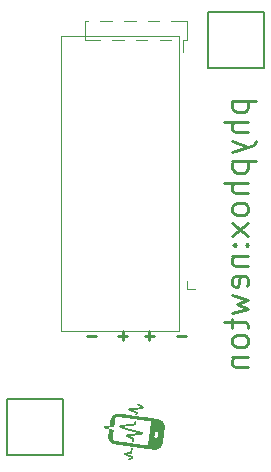
<source format=gbr>
%TF.GenerationSoftware,KiCad,Pcbnew,7.0.1-3b83917a11~172~ubuntu22.04.1*%
%TF.CreationDate,2023-07-05T11:02:11+02:00*%
%TF.ProjectId,phyphox-newton,70687970-686f-4782-9d6e-6577746f6e2e,rev?*%
%TF.SameCoordinates,Original*%
%TF.FileFunction,Legend,Bot*%
%TF.FilePolarity,Positive*%
%FSLAX46Y46*%
G04 Gerber Fmt 4.6, Leading zero omitted, Abs format (unit mm)*
G04 Created by KiCad (PCBNEW 7.0.1-3b83917a11~172~ubuntu22.04.1) date 2023-07-05 11:02:11*
%MOMM*%
%LPD*%
G01*
G04 APERTURE LIST*
%ADD10C,0.250000*%
%ADD11C,0.120000*%
%ADD12C,0.150000*%
G04 APERTURE END LIST*
D10*
X111761904Y-129896666D02*
X111000000Y-129896666D01*
X111380952Y-130277619D02*
X111380952Y-129515714D01*
X120671904Y-109976190D02*
X122671904Y-109976190D01*
X120767142Y-109976190D02*
X120671904Y-110166666D01*
X120671904Y-110166666D02*
X120671904Y-110547619D01*
X120671904Y-110547619D02*
X120767142Y-110738095D01*
X120767142Y-110738095D02*
X120862380Y-110833333D01*
X120862380Y-110833333D02*
X121052857Y-110928571D01*
X121052857Y-110928571D02*
X121624285Y-110928571D01*
X121624285Y-110928571D02*
X121814761Y-110833333D01*
X121814761Y-110833333D02*
X121910000Y-110738095D01*
X121910000Y-110738095D02*
X122005238Y-110547619D01*
X122005238Y-110547619D02*
X122005238Y-110166666D01*
X122005238Y-110166666D02*
X121910000Y-109976190D01*
X122005238Y-111785714D02*
X120005238Y-111785714D01*
X122005238Y-112642857D02*
X120957619Y-112642857D01*
X120957619Y-112642857D02*
X120767142Y-112547619D01*
X120767142Y-112547619D02*
X120671904Y-112357143D01*
X120671904Y-112357143D02*
X120671904Y-112071428D01*
X120671904Y-112071428D02*
X120767142Y-111880952D01*
X120767142Y-111880952D02*
X120862380Y-111785714D01*
X120671904Y-113404762D02*
X122005238Y-113880952D01*
X120671904Y-114357143D02*
X122005238Y-113880952D01*
X122005238Y-113880952D02*
X122481428Y-113690476D01*
X122481428Y-113690476D02*
X122576666Y-113595238D01*
X122576666Y-113595238D02*
X122671904Y-113404762D01*
X120671904Y-115119048D02*
X122671904Y-115119048D01*
X120767142Y-115119048D02*
X120671904Y-115309524D01*
X120671904Y-115309524D02*
X120671904Y-115690477D01*
X120671904Y-115690477D02*
X120767142Y-115880953D01*
X120767142Y-115880953D02*
X120862380Y-115976191D01*
X120862380Y-115976191D02*
X121052857Y-116071429D01*
X121052857Y-116071429D02*
X121624285Y-116071429D01*
X121624285Y-116071429D02*
X121814761Y-115976191D01*
X121814761Y-115976191D02*
X121910000Y-115880953D01*
X121910000Y-115880953D02*
X122005238Y-115690477D01*
X122005238Y-115690477D02*
X122005238Y-115309524D01*
X122005238Y-115309524D02*
X121910000Y-115119048D01*
X122005238Y-116928572D02*
X120005238Y-116928572D01*
X122005238Y-117785715D02*
X120957619Y-117785715D01*
X120957619Y-117785715D02*
X120767142Y-117690477D01*
X120767142Y-117690477D02*
X120671904Y-117500001D01*
X120671904Y-117500001D02*
X120671904Y-117214286D01*
X120671904Y-117214286D02*
X120767142Y-117023810D01*
X120767142Y-117023810D02*
X120862380Y-116928572D01*
X122005238Y-119023810D02*
X121910000Y-118833334D01*
X121910000Y-118833334D02*
X121814761Y-118738096D01*
X121814761Y-118738096D02*
X121624285Y-118642858D01*
X121624285Y-118642858D02*
X121052857Y-118642858D01*
X121052857Y-118642858D02*
X120862380Y-118738096D01*
X120862380Y-118738096D02*
X120767142Y-118833334D01*
X120767142Y-118833334D02*
X120671904Y-119023810D01*
X120671904Y-119023810D02*
X120671904Y-119309525D01*
X120671904Y-119309525D02*
X120767142Y-119500001D01*
X120767142Y-119500001D02*
X120862380Y-119595239D01*
X120862380Y-119595239D02*
X121052857Y-119690477D01*
X121052857Y-119690477D02*
X121624285Y-119690477D01*
X121624285Y-119690477D02*
X121814761Y-119595239D01*
X121814761Y-119595239D02*
X121910000Y-119500001D01*
X121910000Y-119500001D02*
X122005238Y-119309525D01*
X122005238Y-119309525D02*
X122005238Y-119023810D01*
X122005238Y-120357144D02*
X120671904Y-121404763D01*
X120671904Y-120357144D02*
X122005238Y-121404763D01*
X121814761Y-122166668D02*
X121910000Y-122261906D01*
X121910000Y-122261906D02*
X122005238Y-122166668D01*
X122005238Y-122166668D02*
X121910000Y-122071430D01*
X121910000Y-122071430D02*
X121814761Y-122166668D01*
X121814761Y-122166668D02*
X122005238Y-122166668D01*
X120767142Y-122166668D02*
X120862380Y-122261906D01*
X120862380Y-122261906D02*
X120957619Y-122166668D01*
X120957619Y-122166668D02*
X120862380Y-122071430D01*
X120862380Y-122071430D02*
X120767142Y-122166668D01*
X120767142Y-122166668D02*
X120957619Y-122166668D01*
X120671904Y-123119049D02*
X122005238Y-123119049D01*
X120862380Y-123119049D02*
X120767142Y-123214287D01*
X120767142Y-123214287D02*
X120671904Y-123404763D01*
X120671904Y-123404763D02*
X120671904Y-123690478D01*
X120671904Y-123690478D02*
X120767142Y-123880954D01*
X120767142Y-123880954D02*
X120957619Y-123976192D01*
X120957619Y-123976192D02*
X122005238Y-123976192D01*
X121910000Y-125690478D02*
X122005238Y-125500002D01*
X122005238Y-125500002D02*
X122005238Y-125119049D01*
X122005238Y-125119049D02*
X121910000Y-124928573D01*
X121910000Y-124928573D02*
X121719523Y-124833335D01*
X121719523Y-124833335D02*
X120957619Y-124833335D01*
X120957619Y-124833335D02*
X120767142Y-124928573D01*
X120767142Y-124928573D02*
X120671904Y-125119049D01*
X120671904Y-125119049D02*
X120671904Y-125500002D01*
X120671904Y-125500002D02*
X120767142Y-125690478D01*
X120767142Y-125690478D02*
X120957619Y-125785716D01*
X120957619Y-125785716D02*
X121148095Y-125785716D01*
X121148095Y-125785716D02*
X121338571Y-124833335D01*
X120671904Y-126452383D02*
X122005238Y-126833335D01*
X122005238Y-126833335D02*
X121052857Y-127214288D01*
X121052857Y-127214288D02*
X122005238Y-127595240D01*
X122005238Y-127595240D02*
X120671904Y-127976192D01*
X120671904Y-128452383D02*
X120671904Y-129214287D01*
X120005238Y-128738097D02*
X121719523Y-128738097D01*
X121719523Y-128738097D02*
X121910000Y-128833335D01*
X121910000Y-128833335D02*
X122005238Y-129023811D01*
X122005238Y-129023811D02*
X122005238Y-129214287D01*
X122005238Y-130166668D02*
X121910000Y-129976192D01*
X121910000Y-129976192D02*
X121814761Y-129880954D01*
X121814761Y-129880954D02*
X121624285Y-129785716D01*
X121624285Y-129785716D02*
X121052857Y-129785716D01*
X121052857Y-129785716D02*
X120862380Y-129880954D01*
X120862380Y-129880954D02*
X120767142Y-129976192D01*
X120767142Y-129976192D02*
X120671904Y-130166668D01*
X120671904Y-130166668D02*
X120671904Y-130452383D01*
X120671904Y-130452383D02*
X120767142Y-130642859D01*
X120767142Y-130642859D02*
X120862380Y-130738097D01*
X120862380Y-130738097D02*
X121052857Y-130833335D01*
X121052857Y-130833335D02*
X121624285Y-130833335D01*
X121624285Y-130833335D02*
X121814761Y-130738097D01*
X121814761Y-130738097D02*
X121910000Y-130642859D01*
X121910000Y-130642859D02*
X122005238Y-130452383D01*
X122005238Y-130452383D02*
X122005238Y-130166668D01*
X120671904Y-131690478D02*
X122005238Y-131690478D01*
X120862380Y-131690478D02*
X120767142Y-131785716D01*
X120767142Y-131785716D02*
X120671904Y-131976192D01*
X120671904Y-131976192D02*
X120671904Y-132261907D01*
X120671904Y-132261907D02*
X120767142Y-132452383D01*
X120767142Y-132452383D02*
X120957619Y-132547621D01*
X120957619Y-132547621D02*
X122005238Y-132547621D01*
X115988095Y-129903333D02*
X116750000Y-129903333D01*
X114011904Y-129896666D02*
X113250000Y-129896666D01*
X113630952Y-130277619D02*
X113630952Y-129515714D01*
X108338095Y-129903333D02*
X109100000Y-129903333D01*
D11*
%TO.C,C13*%
X116125000Y-129500000D02*
X106125000Y-129500000D01*
X106125000Y-129500000D02*
X106125000Y-104500000D01*
X106125000Y-104500000D02*
X116125000Y-104500000D01*
X116125000Y-104500000D02*
X116125000Y-129500000D01*
%TO.C,J3*%
X116510000Y-105890000D02*
X116510000Y-104810000D01*
X108190000Y-104810000D02*
X108190000Y-103190000D01*
X109490000Y-104810000D02*
X108190000Y-104810000D01*
X111490000Y-104810000D02*
X110510000Y-104810000D01*
X113490000Y-104810000D02*
X112510000Y-104810000D01*
X115490000Y-104810000D02*
X114510000Y-104810000D01*
X116810000Y-104810000D02*
X116510000Y-104810000D01*
X116810000Y-104810000D02*
X116810000Y-103190000D01*
X108490000Y-103190000D02*
X108190000Y-103190000D01*
X110490000Y-103190000D02*
X109510000Y-103190000D01*
X112490000Y-103190000D02*
X111510000Y-103190000D01*
X114490000Y-103190000D02*
X113510000Y-103190000D01*
X116810000Y-103190000D02*
X115510000Y-103190000D01*
%TO.C,J1*%
X116865000Y-125885000D02*
X117500000Y-125885000D01*
X116865000Y-125250000D02*
X116865000Y-125885000D01*
%TO.C,Z1*%
G36*
X112091971Y-139378973D02*
G01*
X112112029Y-139381206D01*
X112136469Y-139384364D01*
X112162664Y-139388071D01*
X112187988Y-139391951D01*
X112209815Y-139395629D01*
X112225519Y-139398729D01*
X112232473Y-139400876D01*
X112232791Y-139401753D01*
X112232778Y-139411658D01*
X112231279Y-139431095D01*
X112228507Y-139458484D01*
X112224673Y-139492243D01*
X112219990Y-139530793D01*
X112214669Y-139572553D01*
X112208923Y-139615943D01*
X112202963Y-139659381D01*
X112197001Y-139701288D01*
X112191250Y-139740082D01*
X112185920Y-139774183D01*
X112181225Y-139802011D01*
X112177376Y-139821986D01*
X112174586Y-139832525D01*
X112171023Y-139839829D01*
X112157789Y-139856225D01*
X112137712Y-139869961D01*
X112109824Y-139881381D01*
X112073157Y-139890827D01*
X112026742Y-139898644D01*
X111969612Y-139905172D01*
X111943379Y-139907773D01*
X111914095Y-139910886D01*
X111889430Y-139913727D01*
X111872911Y-139915905D01*
X111846539Y-139919919D01*
X111905145Y-139942468D01*
X111917888Y-139947373D01*
X111985275Y-139973436D01*
X112042751Y-139995940D01*
X112091240Y-140015311D01*
X112131668Y-140031973D01*
X112164961Y-140046350D01*
X112192043Y-140058869D01*
X112213839Y-140069952D01*
X112231275Y-140080026D01*
X112245276Y-140089514D01*
X112256767Y-140098841D01*
X112266673Y-140108433D01*
X112273301Y-140115902D01*
X112285943Y-140133144D01*
X112293704Y-140147923D01*
X112296232Y-140156202D01*
X112299289Y-140189235D01*
X112291060Y-140220978D01*
X112271884Y-140250860D01*
X112242097Y-140278311D01*
X112202039Y-140302759D01*
X112201284Y-140303140D01*
X112165896Y-140320403D01*
X112128221Y-140337791D01*
X112090093Y-140354555D01*
X112053345Y-140369948D01*
X112019809Y-140383221D01*
X111991321Y-140393626D01*
X111969713Y-140400415D01*
X111956819Y-140402839D01*
X111953120Y-140402749D01*
X111925786Y-140396280D01*
X111903438Y-140381179D01*
X111887314Y-140359687D01*
X111878651Y-140334049D01*
X111878687Y-140306509D01*
X111888660Y-140279310D01*
X111891879Y-140274788D01*
X111903693Y-140263979D01*
X111922839Y-140251449D01*
X111950257Y-140236675D01*
X111986883Y-140219133D01*
X112033655Y-140198299D01*
X112044714Y-140192954D01*
X112055436Y-140185697D01*
X112057097Y-140180791D01*
X112053645Y-140178727D01*
X112039920Y-140172419D01*
X112017371Y-140162958D01*
X111987359Y-140150881D01*
X111951244Y-140136724D01*
X111910388Y-140121026D01*
X111866151Y-140104323D01*
X111819894Y-140087152D01*
X111806836Y-140082336D01*
X111737445Y-140056233D01*
X111678432Y-140032932D01*
X111629073Y-140011946D01*
X111588646Y-139992792D01*
X111556426Y-139974983D01*
X111531691Y-139958035D01*
X111513716Y-139941462D01*
X111501779Y-139924779D01*
X111495155Y-139907501D01*
X111493122Y-139889142D01*
X111494955Y-139869218D01*
X111495713Y-139865146D01*
X111502790Y-139843427D01*
X111515058Y-139824991D01*
X111533450Y-139809444D01*
X111558895Y-139796391D01*
X111592325Y-139785438D01*
X111634672Y-139776190D01*
X111686866Y-139768253D01*
X111749838Y-139761232D01*
X111761576Y-139760088D01*
X111823841Y-139753985D01*
X111875564Y-139748845D01*
X111917707Y-139744556D01*
X111951232Y-139741003D01*
X111977103Y-139738073D01*
X111996282Y-139735654D01*
X112009732Y-139733631D01*
X112018415Y-139731892D01*
X112023296Y-139730323D01*
X112025336Y-139728810D01*
X112025655Y-139727911D01*
X112027644Y-139717818D01*
X112030842Y-139698026D01*
X112035029Y-139670030D01*
X112039986Y-139635324D01*
X112045493Y-139595401D01*
X112051332Y-139551756D01*
X112053129Y-139538144D01*
X112058773Y-139495770D01*
X112063906Y-139457761D01*
X112068330Y-139425567D01*
X112071841Y-139400641D01*
X112074241Y-139384434D01*
X112075326Y-139378399D01*
X112078921Y-139378040D01*
X112091971Y-139378973D01*
G37*
G36*
X112682717Y-135597789D02*
G01*
X112696386Y-135602803D01*
X112718137Y-135612142D01*
X112746433Y-135625052D01*
X112779738Y-135640776D01*
X112816515Y-135658563D01*
X112855228Y-135677657D01*
X112894341Y-135697304D01*
X112932319Y-135716751D01*
X112967623Y-135735242D01*
X112998719Y-135752024D01*
X113024070Y-135766342D01*
X113035777Y-135773363D01*
X113082532Y-135805805D01*
X113119734Y-135839495D01*
X113146672Y-135873706D01*
X113162636Y-135907714D01*
X113167531Y-135933872D01*
X113164413Y-135967607D01*
X113150695Y-135998749D01*
X113126995Y-136026404D01*
X113093932Y-136049677D01*
X113052124Y-136067674D01*
X113027364Y-136075104D01*
X112999622Y-136082011D01*
X112968352Y-136088400D01*
X112932809Y-136094343D01*
X112892249Y-136099909D01*
X112845928Y-136105171D01*
X112793101Y-136110199D01*
X112733022Y-136115063D01*
X112664949Y-136119835D01*
X112588135Y-136124585D01*
X112501836Y-136129384D01*
X112405309Y-136134303D01*
X112297808Y-136139412D01*
X112268394Y-136140923D01*
X112233076Y-136143328D01*
X112208018Y-136145883D01*
X112193706Y-136148537D01*
X112190628Y-136151234D01*
X112192364Y-136152097D01*
X112203342Y-136156689D01*
X112223249Y-136164692D01*
X112250755Y-136175581D01*
X112284532Y-136188830D01*
X112323250Y-136203917D01*
X112365581Y-136220314D01*
X112391968Y-136230540D01*
X112450304Y-136253458D01*
X112498830Y-136273073D01*
X112538435Y-136289798D01*
X112570012Y-136304045D01*
X112594451Y-136316226D01*
X112612643Y-136326755D01*
X112625480Y-136336043D01*
X112633852Y-136344503D01*
X112647466Y-136366350D01*
X112655411Y-136396367D01*
X112653163Y-136430742D01*
X112652488Y-136434340D01*
X112648652Y-136456926D01*
X112644355Y-136484836D01*
X112640406Y-136512863D01*
X112639398Y-136520042D01*
X112635221Y-136543295D01*
X112630875Y-136558676D01*
X112626863Y-136564277D01*
X112626382Y-136564269D01*
X112616883Y-136563373D01*
X112598535Y-136561215D01*
X112573763Y-136558089D01*
X112544991Y-136554293D01*
X112469839Y-136544176D01*
X112472888Y-136526322D01*
X112474236Y-136517727D01*
X112477029Y-136497537D01*
X112479768Y-136475448D01*
X112483598Y-136442429D01*
X112399494Y-136409796D01*
X112386076Y-136404600D01*
X112351502Y-136391268D01*
X112310216Y-136375405D01*
X112265082Y-136358108D01*
X112218967Y-136340477D01*
X112174734Y-136323610D01*
X112150539Y-136314345D01*
X112082810Y-136287702D01*
X112025400Y-136263884D01*
X111977603Y-136242550D01*
X111938711Y-136223358D01*
X111908019Y-136205964D01*
X111884820Y-136190027D01*
X111868408Y-136175204D01*
X111855021Y-136159912D01*
X111847375Y-136147435D01*
X111844223Y-136133704D01*
X111843608Y-136113872D01*
X111844204Y-136097250D01*
X111848184Y-136076798D01*
X111856968Y-136059620D01*
X111861634Y-136053170D01*
X111871943Y-136041838D01*
X111884677Y-136031785D01*
X111900608Y-136022885D01*
X111920512Y-136015009D01*
X111945163Y-136008031D01*
X111975337Y-136001823D01*
X112011807Y-135996257D01*
X112055348Y-135991206D01*
X112106734Y-135986542D01*
X112166741Y-135982139D01*
X112236143Y-135977867D01*
X112315714Y-135973601D01*
X112406229Y-135969212D01*
X112426991Y-135968232D01*
X112521625Y-135963459D01*
X112607864Y-135958591D01*
X112685341Y-135953660D01*
X112753684Y-135948699D01*
X112812525Y-135943742D01*
X112861493Y-135938822D01*
X112900221Y-135933972D01*
X112928337Y-135929226D01*
X112945472Y-135924616D01*
X112951258Y-135920176D01*
X112951089Y-135919417D01*
X112945412Y-135913672D01*
X112931346Y-135904330D01*
X112908435Y-135891137D01*
X112876224Y-135873839D01*
X112834260Y-135852184D01*
X112782087Y-135825916D01*
X112737528Y-135803540D01*
X112699934Y-135784242D01*
X112670653Y-135768566D01*
X112648516Y-135755794D01*
X112632355Y-135745214D01*
X112621000Y-135736110D01*
X112613284Y-135727767D01*
X112608038Y-135719470D01*
X112605055Y-135712653D01*
X112600027Y-135686189D01*
X112602250Y-135657937D01*
X112611502Y-135633415D01*
X112628856Y-135614906D01*
X112653017Y-135601983D01*
X112679417Y-135597138D01*
X112682717Y-135597789D01*
G37*
G36*
X112407898Y-137058458D02*
G01*
X112422429Y-137060175D01*
X112443498Y-137063009D01*
X112468525Y-137066578D01*
X112494929Y-137070498D01*
X112520129Y-137074385D01*
X112541545Y-137077857D01*
X112556594Y-137080529D01*
X112562697Y-137082018D01*
X112562512Y-137087327D01*
X112560910Y-137102814D01*
X112558041Y-137126924D01*
X112554095Y-137158111D01*
X112549263Y-137194829D01*
X112543737Y-137235531D01*
X112542362Y-137245496D01*
X112535462Y-137294298D01*
X112529449Y-137333061D01*
X112523841Y-137363130D01*
X112518153Y-137385854D01*
X112511902Y-137402579D01*
X112504603Y-137414653D01*
X112495772Y-137423422D01*
X112484927Y-137430235D01*
X112471583Y-137436438D01*
X112458497Y-137441821D01*
X112432859Y-137451065D01*
X112404035Y-137459771D01*
X112371251Y-137468057D01*
X112333734Y-137476040D01*
X112290710Y-137483840D01*
X112241405Y-137491572D01*
X112185045Y-137499355D01*
X112120858Y-137507308D01*
X112048068Y-137515546D01*
X111965903Y-137524189D01*
X111873588Y-137533354D01*
X111770350Y-137543158D01*
X111739664Y-137546038D01*
X111684394Y-137551310D01*
X111631687Y-137556441D01*
X111583061Y-137561279D01*
X111540035Y-137565669D01*
X111504126Y-137569458D01*
X111476854Y-137572491D01*
X111459737Y-137574616D01*
X111406991Y-137582019D01*
X111427835Y-137591352D01*
X111432450Y-137593331D01*
X111453476Y-137601190D01*
X111483497Y-137611100D01*
X111522753Y-137623128D01*
X111571486Y-137637339D01*
X111629935Y-137653801D01*
X111698343Y-137672579D01*
X111776949Y-137693741D01*
X111865995Y-137717351D01*
X111965721Y-137743477D01*
X112076368Y-137772184D01*
X112198177Y-137803540D01*
X112289791Y-137827100D01*
X112399528Y-137855515D01*
X112498815Y-137881498D01*
X112588186Y-137905225D01*
X112668175Y-137926870D01*
X112739318Y-137946611D01*
X112802150Y-137964621D01*
X112857205Y-137981078D01*
X112905018Y-137996155D01*
X112946124Y-138010030D01*
X112981057Y-138022876D01*
X113010354Y-138034871D01*
X113034548Y-138046189D01*
X113054174Y-138057006D01*
X113069767Y-138067497D01*
X113081862Y-138077839D01*
X113090994Y-138088206D01*
X113097698Y-138098774D01*
X113102171Y-138109030D01*
X113108356Y-138138472D01*
X113107673Y-138169643D01*
X113099992Y-138197026D01*
X113094821Y-138206668D01*
X113086998Y-138217480D01*
X113076907Y-138227301D01*
X113063876Y-138236257D01*
X113047231Y-138244473D01*
X113026299Y-138252078D01*
X113000406Y-138259196D01*
X112968879Y-138265956D01*
X112931044Y-138272482D01*
X112886228Y-138278902D01*
X112833757Y-138285341D01*
X112772958Y-138291927D01*
X112703158Y-138298786D01*
X112623682Y-138306045D01*
X112533859Y-138313829D01*
X112433013Y-138322265D01*
X112423821Y-138323025D01*
X112335614Y-138330418D01*
X112256287Y-138337251D01*
X112186191Y-138343490D01*
X112125677Y-138349100D01*
X112075097Y-138354047D01*
X112034802Y-138358297D01*
X112005144Y-138361816D01*
X111986475Y-138364570D01*
X111979146Y-138366523D01*
X111979874Y-138368010D01*
X111988028Y-138373172D01*
X112002481Y-138380070D01*
X112067737Y-138408572D01*
X112123275Y-138433403D01*
X112169743Y-138454907D01*
X112208068Y-138473550D01*
X112239179Y-138489800D01*
X112264001Y-138504121D01*
X112283462Y-138516980D01*
X112298491Y-138528843D01*
X112303043Y-138533042D01*
X112323237Y-138557677D01*
X112336798Y-138584828D01*
X112341740Y-138610737D01*
X112341724Y-138611711D01*
X112340770Y-138624444D01*
X112338533Y-138645561D01*
X112335281Y-138673058D01*
X112331284Y-138704935D01*
X112326812Y-138739189D01*
X112322135Y-138773818D01*
X112317522Y-138806822D01*
X112313244Y-138836197D01*
X112309570Y-138859942D01*
X112306770Y-138876054D01*
X112305114Y-138882534D01*
X112303783Y-138882819D01*
X112293327Y-138882364D01*
X112274544Y-138880473D01*
X112249755Y-138877440D01*
X112221278Y-138873560D01*
X112191434Y-138869129D01*
X112162543Y-138864439D01*
X112144492Y-138861356D01*
X112154975Y-138783781D01*
X112155144Y-138782525D01*
X112159479Y-138750070D01*
X112163595Y-138718635D01*
X112167034Y-138691751D01*
X112169338Y-138672949D01*
X112173218Y-138639692D01*
X112136227Y-138621019D01*
X112134161Y-138619987D01*
X112115800Y-138611239D01*
X112089350Y-138599097D01*
X112057126Y-138584604D01*
X112021441Y-138568802D01*
X111984609Y-138552732D01*
X111940255Y-138533416D01*
X111885185Y-138508930D01*
X111839396Y-138487761D01*
X111801921Y-138469345D01*
X111771798Y-138453121D01*
X111748063Y-138438525D01*
X111729751Y-138424994D01*
X111715898Y-138411964D01*
X111705541Y-138398874D01*
X111697716Y-138385159D01*
X111696373Y-138382307D01*
X111686475Y-138349016D01*
X111687855Y-138318029D01*
X111700190Y-138290108D01*
X111723157Y-138266015D01*
X111756435Y-138246513D01*
X111775185Y-138238987D01*
X111797218Y-138231784D01*
X111822887Y-138224993D01*
X111852997Y-138218502D01*
X111888355Y-138212198D01*
X111929768Y-138205971D01*
X111978042Y-138199707D01*
X112033983Y-138193294D01*
X112098399Y-138186621D01*
X112172094Y-138179575D01*
X112255877Y-138172044D01*
X112350553Y-138163916D01*
X112402782Y-138159495D01*
X112459547Y-138154648D01*
X112513186Y-138150027D01*
X112562276Y-138145756D01*
X112605389Y-138141959D01*
X112641100Y-138138763D01*
X112667982Y-138136291D01*
X112684610Y-138134668D01*
X112695003Y-138133596D01*
X112718982Y-138131259D01*
X112738146Y-138129576D01*
X112749077Y-138128857D01*
X112752248Y-138128746D01*
X112757146Y-138127351D01*
X112751210Y-138122978D01*
X112745466Y-138120472D01*
X112728165Y-138114669D01*
X112700198Y-138106296D01*
X112661475Y-138095327D01*
X112611904Y-138081740D01*
X112551396Y-138065509D01*
X112479860Y-138046610D01*
X112397205Y-138025018D01*
X112303341Y-138000709D01*
X112198177Y-137973659D01*
X112197066Y-137973374D01*
X112067811Y-137940106D01*
X111949455Y-137909381D01*
X111841498Y-137881041D01*
X111743439Y-137854927D01*
X111654777Y-137830879D01*
X111575010Y-137808738D01*
X111503638Y-137788344D01*
X111440160Y-137769539D01*
X111384074Y-137752162D01*
X111334880Y-137736055D01*
X111292077Y-137721058D01*
X111255163Y-137707012D01*
X111223638Y-137693758D01*
X111197001Y-137681136D01*
X111174750Y-137668987D01*
X111156384Y-137657152D01*
X111141403Y-137645471D01*
X111129306Y-137633785D01*
X111119651Y-137622278D01*
X111102260Y-137591478D01*
X111095971Y-137560466D01*
X111100675Y-137530510D01*
X111116264Y-137502879D01*
X111142627Y-137478840D01*
X111152953Y-137472361D01*
X111174556Y-137461768D01*
X111201373Y-137451979D01*
X111234215Y-137442842D01*
X111273896Y-137434207D01*
X111321228Y-137425923D01*
X111377024Y-137417839D01*
X111442097Y-137409804D01*
X111517259Y-137401667D01*
X111603322Y-137393277D01*
X111648707Y-137389039D01*
X111729815Y-137381449D01*
X111800602Y-137374796D01*
X111861963Y-137368989D01*
X111914793Y-137363938D01*
X111959990Y-137359551D01*
X111998448Y-137355739D01*
X112031063Y-137352411D01*
X112058731Y-137349475D01*
X112082348Y-137346841D01*
X112102810Y-137344419D01*
X112121013Y-137342118D01*
X112137851Y-137339847D01*
X112154222Y-137337516D01*
X112176005Y-137334184D01*
X112212070Y-137328084D01*
X112248467Y-137321321D01*
X112283213Y-137314320D01*
X112314324Y-137307503D01*
X112339816Y-137301292D01*
X112357705Y-137296111D01*
X112366008Y-137292382D01*
X112366204Y-137292102D01*
X112368488Y-137283800D01*
X112371906Y-137265958D01*
X112376150Y-137240422D01*
X112380910Y-137209042D01*
X112385877Y-137173663D01*
X112386603Y-137168301D01*
X112391340Y-137133714D01*
X112395555Y-137103633D01*
X112398990Y-137079837D01*
X112401390Y-137064105D01*
X112402500Y-137058213D01*
X112407898Y-137058458D01*
G37*
G36*
X114141117Y-136894354D02*
G01*
X114191393Y-136901653D01*
X114251154Y-136910385D01*
X114302198Y-136917910D01*
X114343947Y-136924147D01*
X114375822Y-136929015D01*
X114397245Y-136932432D01*
X114407637Y-136934317D01*
X114490196Y-136957394D01*
X114575018Y-136990233D01*
X114652162Y-137030331D01*
X114720832Y-137077265D01*
X114780229Y-137130616D01*
X114814793Y-137169144D01*
X114860964Y-137232589D01*
X114897659Y-137300605D01*
X114925337Y-137374270D01*
X114944457Y-137454665D01*
X114955477Y-137542870D01*
X114956666Y-137559568D01*
X114957905Y-137584883D01*
X114958178Y-137609777D01*
X114957439Y-137637270D01*
X114955637Y-137670385D01*
X114952723Y-137712141D01*
X114952288Y-137716567D01*
X114950280Y-137733310D01*
X114946839Y-137760150D01*
X114942102Y-137796100D01*
X114936206Y-137840172D01*
X114929288Y-137891380D01*
X114921486Y-137948734D01*
X114912936Y-138011248D01*
X114903775Y-138077935D01*
X114894142Y-138147805D01*
X114884172Y-138219873D01*
X114874003Y-138293150D01*
X114863773Y-138366649D01*
X114853618Y-138439382D01*
X114843675Y-138510361D01*
X114834082Y-138578600D01*
X114824976Y-138643109D01*
X114816494Y-138702903D01*
X114808773Y-138756993D01*
X114801950Y-138804391D01*
X114796163Y-138844111D01*
X114791548Y-138875164D01*
X114788242Y-138896563D01*
X114771030Y-138984320D01*
X114743878Y-139079786D01*
X114709341Y-139166201D01*
X114667381Y-139243624D01*
X114617961Y-139312113D01*
X114561044Y-139371725D01*
X114496594Y-139422517D01*
X114424574Y-139464549D01*
X114398651Y-139476556D01*
X114326562Y-139502432D01*
X114247927Y-139521074D01*
X114164918Y-139532148D01*
X114079706Y-139535323D01*
X113994462Y-139530268D01*
X113986947Y-139529397D01*
X113963671Y-139526475D01*
X113930083Y-139522069D01*
X113886759Y-139516262D01*
X113834276Y-139509136D01*
X113773212Y-139500771D01*
X113704143Y-139491251D01*
X113627646Y-139480656D01*
X113544298Y-139469069D01*
X113454675Y-139456572D01*
X113359355Y-139443246D01*
X113258914Y-139429173D01*
X113153929Y-139414435D01*
X113044978Y-139399114D01*
X112932636Y-139383292D01*
X112817481Y-139367051D01*
X112700090Y-139350471D01*
X112581039Y-139333637D01*
X112460905Y-139316628D01*
X112340265Y-139299527D01*
X112219696Y-139282416D01*
X112099776Y-139265377D01*
X111981079Y-139248491D01*
X111864184Y-139231840D01*
X111749668Y-139215507D01*
X111638107Y-139199572D01*
X111530077Y-139184119D01*
X111426157Y-139169228D01*
X111326922Y-139154981D01*
X111232950Y-139141461D01*
X111144817Y-139128749D01*
X111063101Y-139116927D01*
X110988377Y-139106078D01*
X110921224Y-139096281D01*
X110862217Y-139087621D01*
X110811934Y-139080178D01*
X110770951Y-139074034D01*
X110739846Y-139069271D01*
X110719195Y-139065971D01*
X110709575Y-139064216D01*
X110624008Y-139039520D01*
X110537124Y-139005050D01*
X110459368Y-138963260D01*
X110390679Y-138914093D01*
X110330997Y-138857490D01*
X110280262Y-138793394D01*
X110238414Y-138721746D01*
X110205392Y-138642489D01*
X110181136Y-138555565D01*
X110179713Y-138548790D01*
X110176000Y-138526797D01*
X110173365Y-138502163D01*
X110171662Y-138472618D01*
X110170744Y-138435897D01*
X110170466Y-138389732D01*
X110170480Y-138373208D01*
X110170655Y-138345813D01*
X110171152Y-138321122D01*
X110172124Y-138297545D01*
X110173723Y-138273494D01*
X110176104Y-138247379D01*
X110179419Y-138217612D01*
X110183821Y-138182604D01*
X110189463Y-138140765D01*
X110196497Y-138090506D01*
X110205078Y-138030240D01*
X110208290Y-138007681D01*
X110216913Y-137945994D01*
X110223738Y-137895140D01*
X110228829Y-137854562D01*
X110232249Y-137823704D01*
X110234063Y-137802010D01*
X110234332Y-137788924D01*
X110233120Y-137783890D01*
X110232765Y-137783732D01*
X110224037Y-137781815D01*
X110205201Y-137778545D01*
X110177565Y-137774123D01*
X110142440Y-137768749D01*
X110101136Y-137762625D01*
X110054962Y-137755952D01*
X110005229Y-137748930D01*
X109996624Y-137747728D01*
X109947720Y-137740868D01*
X109902819Y-137734521D01*
X109863190Y-137728868D01*
X109830101Y-137724094D01*
X109804819Y-137720380D01*
X109788612Y-137717910D01*
X109782748Y-137716865D01*
X109782699Y-137715843D01*
X109783642Y-137706077D01*
X109785876Y-137687808D01*
X109789089Y-137663267D01*
X109792969Y-137634682D01*
X109797202Y-137604281D01*
X109801477Y-137574295D01*
X109805480Y-137546951D01*
X109808899Y-137524479D01*
X109811422Y-137509108D01*
X109812735Y-137503066D01*
X109812768Y-137503043D01*
X109819321Y-137503360D01*
X109835866Y-137505188D01*
X109860871Y-137508308D01*
X109892802Y-137512501D01*
X109930123Y-137517549D01*
X109971303Y-137523234D01*
X110014806Y-137529338D01*
X110059100Y-137535642D01*
X110102650Y-137541929D01*
X110143922Y-137547979D01*
X110181383Y-137553576D01*
X110213498Y-137558500D01*
X110238735Y-137562533D01*
X110255559Y-137565457D01*
X110262435Y-137567054D01*
X110264328Y-137571425D01*
X110264724Y-137583601D01*
X110263200Y-137604388D01*
X110259681Y-137634757D01*
X110254092Y-137675678D01*
X110249748Y-137706769D01*
X110245810Y-137736481D01*
X110242895Y-137760227D01*
X110241234Y-137776133D01*
X110241054Y-137782319D01*
X110243976Y-137783024D01*
X110257127Y-137785259D01*
X110279594Y-137788738D01*
X110310008Y-137793258D01*
X110347000Y-137798617D01*
X110389201Y-137804612D01*
X110435242Y-137811041D01*
X110466941Y-137815442D01*
X110510464Y-137821520D01*
X110549191Y-137826973D01*
X110581761Y-137831605D01*
X110606809Y-137835222D01*
X110622973Y-137837631D01*
X110628888Y-137838636D01*
X110628533Y-137843367D01*
X110626724Y-137858484D01*
X110623594Y-137882707D01*
X110619320Y-137914720D01*
X110614076Y-137953207D01*
X110608039Y-137996852D01*
X110601385Y-138044339D01*
X110599669Y-138056518D01*
X110591270Y-138116238D01*
X110582210Y-138180826D01*
X110572950Y-138246987D01*
X110563950Y-138311428D01*
X110555671Y-138370852D01*
X110548574Y-138421965D01*
X110546853Y-138434376D01*
X110540746Y-138478106D01*
X110535077Y-138518256D01*
X110530079Y-138553220D01*
X110525981Y-138581391D01*
X110523014Y-138601162D01*
X110521409Y-138610928D01*
X110521261Y-138611708D01*
X110521119Y-138621041D01*
X110525233Y-138630985D01*
X110535056Y-138643986D01*
X110552040Y-138662488D01*
X110574428Y-138683953D01*
X110619554Y-138717407D01*
X110672175Y-138744994D01*
X110733442Y-138767271D01*
X110804504Y-138784795D01*
X110813336Y-138786339D01*
X110833920Y-138789582D01*
X110864655Y-138794229D01*
X110904921Y-138800193D01*
X110954094Y-138807386D01*
X111011555Y-138815720D01*
X111076681Y-138825110D01*
X111148851Y-138835467D01*
X111227443Y-138846704D01*
X111311835Y-138858734D01*
X111401406Y-138871471D01*
X111495534Y-138884826D01*
X111593597Y-138898712D01*
X111694975Y-138913042D01*
X111799045Y-138927730D01*
X111905185Y-138942687D01*
X112012775Y-138957827D01*
X112121193Y-138973062D01*
X112229816Y-138988306D01*
X112338023Y-139003470D01*
X112445194Y-139018468D01*
X112550705Y-139033212D01*
X112653936Y-139047615D01*
X112754264Y-139061591D01*
X112851069Y-139075051D01*
X112943729Y-139087909D01*
X113031621Y-139100077D01*
X113114125Y-139111469D01*
X113190619Y-139121996D01*
X113260481Y-139131572D01*
X113323090Y-139140109D01*
X113377823Y-139147521D01*
X113424060Y-139153719D01*
X113461179Y-139158618D01*
X113488558Y-139162129D01*
X113505575Y-139164165D01*
X113511609Y-139164640D01*
X113512709Y-139158879D01*
X113515335Y-139142209D01*
X113519378Y-139115357D01*
X113524736Y-139079046D01*
X113531308Y-139033998D01*
X113538990Y-138980935D01*
X113547682Y-138920580D01*
X113557282Y-138853655D01*
X113567687Y-138780883D01*
X113578797Y-138702985D01*
X113590508Y-138620684D01*
X113602719Y-138534703D01*
X113611514Y-138472668D01*
X114070650Y-138472668D01*
X114070841Y-138474886D01*
X114072749Y-138478459D01*
X114077864Y-138481634D01*
X114087587Y-138484737D01*
X114103321Y-138488097D01*
X114126466Y-138492038D01*
X114158424Y-138496890D01*
X114200598Y-138502977D01*
X114219567Y-138505668D01*
X114255225Y-138510627D01*
X114285918Y-138514766D01*
X114309987Y-138517868D01*
X114325774Y-138519716D01*
X114331620Y-138520095D01*
X114331905Y-138518685D01*
X114333607Y-138507731D01*
X114336654Y-138486956D01*
X114340874Y-138457576D01*
X114346094Y-138420811D01*
X114352140Y-138377878D01*
X114358839Y-138329995D01*
X114366017Y-138278380D01*
X114369101Y-138256169D01*
X114376233Y-138205021D01*
X114382891Y-138157572D01*
X114388885Y-138115142D01*
X114394030Y-138079048D01*
X114398137Y-138050611D01*
X114401019Y-138031147D01*
X114402489Y-138021977D01*
X114404126Y-138010732D01*
X114403707Y-138005451D01*
X114402008Y-138005184D01*
X114390744Y-138003503D01*
X114370386Y-138000496D01*
X114342603Y-137996410D01*
X114309067Y-137991491D01*
X114271446Y-137985985D01*
X114141117Y-137966927D01*
X114138034Y-137984928D01*
X114136416Y-137995052D01*
X114133225Y-138016379D01*
X114128969Y-138045706D01*
X114123856Y-138081525D01*
X114118094Y-138122328D01*
X114111893Y-138166606D01*
X114105459Y-138212851D01*
X114099002Y-138259556D01*
X114092731Y-138305212D01*
X114086852Y-138348311D01*
X114081575Y-138387344D01*
X114077108Y-138420805D01*
X114073659Y-138447185D01*
X114071437Y-138464975D01*
X114070650Y-138472668D01*
X113611514Y-138472668D01*
X113615328Y-138445764D01*
X113628234Y-138354589D01*
X113641335Y-138261900D01*
X113654527Y-138168420D01*
X113667711Y-138074872D01*
X113680783Y-137981977D01*
X113693643Y-137890459D01*
X113706187Y-137801038D01*
X113718315Y-137714439D01*
X113729924Y-137631382D01*
X113740913Y-137552591D01*
X113751179Y-137478787D01*
X113760621Y-137410694D01*
X113769137Y-137349033D01*
X113776625Y-137294527D01*
X113782983Y-137247898D01*
X113788109Y-137209869D01*
X113791902Y-137181162D01*
X113794259Y-137162499D01*
X113795079Y-137154603D01*
X113794313Y-137143552D01*
X113792099Y-137138486D01*
X113789740Y-137138178D01*
X113776841Y-137136397D01*
X113753167Y-137133094D01*
X113719231Y-137128340D01*
X113675547Y-137122209D01*
X113622628Y-137114773D01*
X113560990Y-137106104D01*
X113491145Y-137096274D01*
X113413608Y-137085357D01*
X113328892Y-137073423D01*
X113237512Y-137060547D01*
X113139981Y-137046799D01*
X113036814Y-137032253D01*
X112928523Y-137016980D01*
X112815623Y-137001054D01*
X112698628Y-136984546D01*
X112578052Y-136967529D01*
X112454408Y-136950076D01*
X112376396Y-136939064D01*
X112234847Y-136919090D01*
X112104188Y-136900668D01*
X111983948Y-136883733D01*
X111873656Y-136868225D01*
X111772842Y-136854079D01*
X111681034Y-136841235D01*
X111597762Y-136829628D01*
X111522554Y-136819197D01*
X111454941Y-136809880D01*
X111394452Y-136801613D01*
X111340614Y-136794334D01*
X111292959Y-136787980D01*
X111251015Y-136782490D01*
X111214311Y-136777800D01*
X111182376Y-136773849D01*
X111154740Y-136770572D01*
X111130932Y-136767909D01*
X111110481Y-136765796D01*
X111092917Y-136764172D01*
X111077768Y-136762972D01*
X111064563Y-136762136D01*
X111052833Y-136761600D01*
X111042105Y-136761302D01*
X111031910Y-136761179D01*
X111016503Y-136761144D01*
X110979208Y-136761704D01*
X110950083Y-136763404D01*
X110926519Y-136766447D01*
X110905906Y-136771038D01*
X110889817Y-136775834D01*
X110858571Y-136787099D01*
X110828233Y-136800182D01*
X110802289Y-136813521D01*
X110784224Y-136825555D01*
X110782851Y-136826639D01*
X110780863Y-136828180D01*
X110779033Y-136830068D01*
X110777256Y-136832965D01*
X110775426Y-136837534D01*
X110773438Y-136844437D01*
X110771187Y-136854336D01*
X110768567Y-136867894D01*
X110765474Y-136885773D01*
X110761802Y-136908635D01*
X110757446Y-136937144D01*
X110752301Y-136971960D01*
X110746261Y-137013748D01*
X110739221Y-137063168D01*
X110731077Y-137120883D01*
X110721722Y-137187557D01*
X110711052Y-137263850D01*
X110698960Y-137350426D01*
X110685343Y-137447947D01*
X110684870Y-137451333D01*
X110678932Y-137493157D01*
X110673389Y-137531083D01*
X110668477Y-137563566D01*
X110664436Y-137589064D01*
X110661501Y-137606034D01*
X110659912Y-137612934D01*
X110654803Y-137613080D01*
X110639598Y-137611865D01*
X110615959Y-137609419D01*
X110585546Y-137605958D01*
X110550017Y-137601697D01*
X110511032Y-137596852D01*
X110470250Y-137591637D01*
X110429331Y-137586268D01*
X110389933Y-137580960D01*
X110353716Y-137575927D01*
X110322340Y-137571386D01*
X110297463Y-137567552D01*
X110280745Y-137564639D01*
X110273845Y-137562863D01*
X110273722Y-137560916D01*
X110274745Y-137549140D01*
X110277219Y-137527944D01*
X110280941Y-137498736D01*
X110285710Y-137462925D01*
X110291324Y-137421919D01*
X110297581Y-137377126D01*
X110304278Y-137329955D01*
X110311214Y-137281812D01*
X110318186Y-137234107D01*
X110324992Y-137188248D01*
X110331431Y-137145643D01*
X110337300Y-137107700D01*
X110342396Y-137075827D01*
X110346519Y-137051433D01*
X110349465Y-137035925D01*
X110355640Y-137009080D01*
X110382313Y-136918617D01*
X110416344Y-136835074D01*
X110457296Y-136759294D01*
X110504729Y-136692123D01*
X110558205Y-136634402D01*
X110610191Y-136591403D01*
X110678850Y-136548195D01*
X110754202Y-136513770D01*
X110835395Y-136488387D01*
X110921573Y-136472305D01*
X111011883Y-136465780D01*
X111105469Y-136469071D01*
X111116182Y-136470227D01*
X111138998Y-136473039D01*
X111172192Y-136477335D01*
X111215183Y-136483033D01*
X111267395Y-136490052D01*
X111328248Y-136498310D01*
X111397164Y-136507726D01*
X111473563Y-136518218D01*
X111556869Y-136529704D01*
X111646501Y-136542103D01*
X111741881Y-136555334D01*
X111842431Y-136569315D01*
X111947573Y-136583964D01*
X112056727Y-136599201D01*
X112169314Y-136614943D01*
X112284757Y-136631108D01*
X112402477Y-136647616D01*
X112521895Y-136664386D01*
X112642433Y-136681334D01*
X112763511Y-136698380D01*
X112884552Y-136715443D01*
X113004977Y-136732440D01*
X113124206Y-136749291D01*
X113241662Y-136765914D01*
X113356767Y-136782226D01*
X113468940Y-136798148D01*
X113577604Y-136813597D01*
X113682181Y-136828491D01*
X113782091Y-136842750D01*
X113876756Y-136856291D01*
X113965597Y-136869034D01*
X114048036Y-136880896D01*
X114123495Y-136891796D01*
X114141117Y-136894354D01*
G37*
D12*
%TO.C,H4*%
X106375000Y-140000000D02*
X106375000Y-135250000D01*
X106375000Y-135250000D02*
X101625000Y-135250000D01*
X101625000Y-140000000D02*
X106375000Y-140000000D01*
X101625000Y-135250000D02*
X101625000Y-140000000D01*
%TO.C,H2*%
X118625000Y-102500000D02*
X118625000Y-107250000D01*
X118625000Y-107250000D02*
X123375000Y-107250000D01*
X123375000Y-102500000D02*
X118625000Y-102500000D01*
X123375000Y-107250000D02*
X123375000Y-102500000D01*
%TD*%
M02*

</source>
